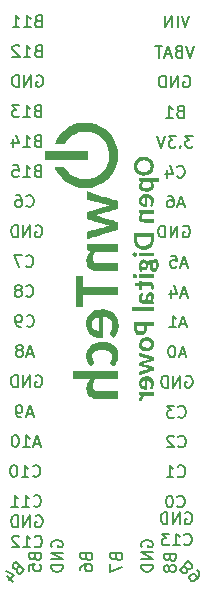
<source format=gbr>
%TF.GenerationSoftware,KiCad,Pcbnew,6.0.1-79c1e3a40b~116~ubuntu20.04.1*%
%TF.CreationDate,2022-03-09T16:59:07+01:00*%
%TF.ProjectId,microcontroller_mini,6d696372-6f63-46f6-9e74-726f6c6c6572,rev?*%
%TF.SameCoordinates,Original*%
%TF.FileFunction,Legend,Bot*%
%TF.FilePolarity,Positive*%
%FSLAX46Y46*%
G04 Gerber Fmt 4.6, Leading zero omitted, Abs format (unit mm)*
G04 Created by KiCad (PCBNEW 6.0.1-79c1e3a40b~116~ubuntu20.04.1) date 2022-03-09 16:59:07*
%MOMM*%
%LPD*%
G01*
G04 APERTURE LIST*
%ADD10C,0.150000*%
G04 APERTURE END LIST*
D10*
X90160952Y-63528571D02*
X90018095Y-63576190D01*
X89970476Y-63623809D01*
X89922857Y-63719047D01*
X89922857Y-63861904D01*
X89970476Y-63957142D01*
X90018095Y-64004761D01*
X90113333Y-64052380D01*
X90494285Y-64052380D01*
X90494285Y-63052380D01*
X90160952Y-63052380D01*
X90065714Y-63100000D01*
X90018095Y-63147619D01*
X89970476Y-63242857D01*
X89970476Y-63338095D01*
X90018095Y-63433333D01*
X90065714Y-63480952D01*
X90160952Y-63528571D01*
X90494285Y-63528571D01*
X88970476Y-64052380D02*
X89541904Y-64052380D01*
X89256190Y-64052380D02*
X89256190Y-63052380D01*
X89351428Y-63195238D01*
X89446666Y-63290476D01*
X89541904Y-63338095D01*
X88065714Y-63052380D02*
X88541904Y-63052380D01*
X88589523Y-63528571D01*
X88541904Y-63480952D01*
X88446666Y-63433333D01*
X88208571Y-63433333D01*
X88113333Y-63480952D01*
X88065714Y-63528571D01*
X88018095Y-63623809D01*
X88018095Y-63861904D01*
X88065714Y-63957142D01*
X88113333Y-64004761D01*
X88208571Y-64052380D01*
X88446666Y-64052380D01*
X88541904Y-64004761D01*
X88589523Y-63957142D01*
X94288571Y-96245238D02*
X94336190Y-96388095D01*
X94383809Y-96435714D01*
X94479047Y-96483333D01*
X94621904Y-96483333D01*
X94717142Y-96435714D01*
X94764761Y-96388095D01*
X94812380Y-96292857D01*
X94812380Y-95911904D01*
X93812380Y-95911904D01*
X93812380Y-96245238D01*
X93860000Y-96340476D01*
X93907619Y-96388095D01*
X94002857Y-96435714D01*
X94098095Y-96435714D01*
X94193333Y-96388095D01*
X94240952Y-96340476D01*
X94288571Y-96245238D01*
X94288571Y-95911904D01*
X93812380Y-97340476D02*
X93812380Y-97150000D01*
X93860000Y-97054761D01*
X93907619Y-97007142D01*
X94050476Y-96911904D01*
X94240952Y-96864285D01*
X94621904Y-96864285D01*
X94717142Y-96911904D01*
X94764761Y-96959523D01*
X94812380Y-97054761D01*
X94812380Y-97245238D01*
X94764761Y-97340476D01*
X94717142Y-97388095D01*
X94621904Y-97435714D01*
X94383809Y-97435714D01*
X94288571Y-97388095D01*
X94240952Y-97340476D01*
X94193333Y-97245238D01*
X94193333Y-97054761D01*
X94240952Y-96959523D01*
X94288571Y-96911904D01*
X94383809Y-96864285D01*
X89216666Y-74117142D02*
X89264285Y-74164761D01*
X89407142Y-74212380D01*
X89502380Y-74212380D01*
X89645238Y-74164761D01*
X89740476Y-74069523D01*
X89788095Y-73974285D01*
X89835714Y-73783809D01*
X89835714Y-73640952D01*
X89788095Y-73450476D01*
X89740476Y-73355238D01*
X89645238Y-73260000D01*
X89502380Y-73212380D01*
X89407142Y-73212380D01*
X89264285Y-73260000D01*
X89216666Y-73307619D01*
X88645238Y-73640952D02*
X88740476Y-73593333D01*
X88788095Y-73545714D01*
X88835714Y-73450476D01*
X88835714Y-73402857D01*
X88788095Y-73307619D01*
X88740476Y-73260000D01*
X88645238Y-73212380D01*
X88454761Y-73212380D01*
X88359523Y-73260000D01*
X88311904Y-73307619D01*
X88264285Y-73402857D01*
X88264285Y-73450476D01*
X88311904Y-73545714D01*
X88359523Y-73593333D01*
X88454761Y-73640952D01*
X88645238Y-73640952D01*
X88740476Y-73688571D01*
X88788095Y-73736190D01*
X88835714Y-73831428D01*
X88835714Y-74021904D01*
X88788095Y-74117142D01*
X88740476Y-74164761D01*
X88645238Y-74212380D01*
X88454761Y-74212380D01*
X88359523Y-74164761D01*
X88311904Y-74117142D01*
X88264285Y-74021904D01*
X88264285Y-73831428D01*
X88311904Y-73736190D01*
X88359523Y-73688571D01*
X88454761Y-73640952D01*
X102501904Y-68220000D02*
X102597142Y-68172380D01*
X102740000Y-68172380D01*
X102882857Y-68220000D01*
X102978095Y-68315238D01*
X103025714Y-68410476D01*
X103073333Y-68600952D01*
X103073333Y-68743809D01*
X103025714Y-68934285D01*
X102978095Y-69029523D01*
X102882857Y-69124761D01*
X102740000Y-69172380D01*
X102644761Y-69172380D01*
X102501904Y-69124761D01*
X102454285Y-69077142D01*
X102454285Y-68743809D01*
X102644761Y-68743809D01*
X102025714Y-69172380D02*
X102025714Y-68172380D01*
X101454285Y-69172380D01*
X101454285Y-68172380D01*
X100978095Y-69172380D02*
X100978095Y-68172380D01*
X100740000Y-68172380D01*
X100597142Y-68220000D01*
X100501904Y-68315238D01*
X100454285Y-68410476D01*
X100406666Y-68600952D01*
X100406666Y-68743809D01*
X100454285Y-68934285D01*
X100501904Y-69029523D01*
X100597142Y-69124761D01*
X100740000Y-69172380D01*
X100978095Y-69172380D01*
X96828571Y-96245238D02*
X96876190Y-96388095D01*
X96923809Y-96435714D01*
X97019047Y-96483333D01*
X97161904Y-96483333D01*
X97257142Y-96435714D01*
X97304761Y-96388095D01*
X97352380Y-96292857D01*
X97352380Y-95911904D01*
X96352380Y-95911904D01*
X96352380Y-96245238D01*
X96400000Y-96340476D01*
X96447619Y-96388095D01*
X96542857Y-96435714D01*
X96638095Y-96435714D01*
X96733333Y-96388095D01*
X96780952Y-96340476D01*
X96828571Y-96245238D01*
X96828571Y-95911904D01*
X96352380Y-96816666D02*
X96352380Y-97483333D01*
X97352380Y-97054761D01*
X102731904Y-80930000D02*
X102827142Y-80882380D01*
X102970000Y-80882380D01*
X103112857Y-80930000D01*
X103208095Y-81025238D01*
X103255714Y-81120476D01*
X103303333Y-81310952D01*
X103303333Y-81453809D01*
X103255714Y-81644285D01*
X103208095Y-81739523D01*
X103112857Y-81834761D01*
X102970000Y-81882380D01*
X102874761Y-81882380D01*
X102731904Y-81834761D01*
X102684285Y-81787142D01*
X102684285Y-81453809D01*
X102874761Y-81453809D01*
X102255714Y-81882380D02*
X102255714Y-80882380D01*
X101684285Y-81882380D01*
X101684285Y-80882380D01*
X101208095Y-81882380D02*
X101208095Y-80882380D01*
X100970000Y-80882380D01*
X100827142Y-80930000D01*
X100731904Y-81025238D01*
X100684285Y-81120476D01*
X100636666Y-81310952D01*
X100636666Y-81453809D01*
X100684285Y-81644285D01*
X100731904Y-81739523D01*
X100827142Y-81834761D01*
X100970000Y-81882380D01*
X101208095Y-81882380D01*
X91380000Y-95378095D02*
X91332380Y-95282857D01*
X91332380Y-95140000D01*
X91380000Y-94997142D01*
X91475238Y-94901904D01*
X91570476Y-94854285D01*
X91760952Y-94806666D01*
X91903809Y-94806666D01*
X92094285Y-94854285D01*
X92189523Y-94901904D01*
X92284761Y-94997142D01*
X92332380Y-95140000D01*
X92332380Y-95235238D01*
X92284761Y-95378095D01*
X92237142Y-95425714D01*
X91903809Y-95425714D01*
X91903809Y-95235238D01*
X92332380Y-95854285D02*
X91332380Y-95854285D01*
X92332380Y-96425714D01*
X91332380Y-96425714D01*
X92332380Y-96901904D02*
X91332380Y-96901904D01*
X91332380Y-97140000D01*
X91380000Y-97282857D01*
X91475238Y-97378095D01*
X91570476Y-97425714D01*
X91760952Y-97473333D01*
X91903809Y-97473333D01*
X92094285Y-97425714D01*
X92189523Y-97378095D01*
X92284761Y-97282857D01*
X92332380Y-97140000D01*
X92332380Y-96901904D01*
X102106666Y-84337142D02*
X102154285Y-84384761D01*
X102297142Y-84432380D01*
X102392380Y-84432380D01*
X102535238Y-84384761D01*
X102630476Y-84289523D01*
X102678095Y-84194285D01*
X102725714Y-84003809D01*
X102725714Y-83860952D01*
X102678095Y-83670476D01*
X102630476Y-83575238D01*
X102535238Y-83480000D01*
X102392380Y-83432380D01*
X102297142Y-83432380D01*
X102154285Y-83480000D01*
X102106666Y-83527619D01*
X101773333Y-83432380D02*
X101154285Y-83432380D01*
X101487619Y-83813333D01*
X101344761Y-83813333D01*
X101249523Y-83860952D01*
X101201904Y-83908571D01*
X101154285Y-84003809D01*
X101154285Y-84241904D01*
X101201904Y-84337142D01*
X101249523Y-84384761D01*
X101344761Y-84432380D01*
X101630476Y-84432380D01*
X101725714Y-84384761D01*
X101773333Y-84337142D01*
X102056666Y-89387142D02*
X102104285Y-89434761D01*
X102247142Y-89482380D01*
X102342380Y-89482380D01*
X102485238Y-89434761D01*
X102580476Y-89339523D01*
X102628095Y-89244285D01*
X102675714Y-89053809D01*
X102675714Y-88910952D01*
X102628095Y-88720476D01*
X102580476Y-88625238D01*
X102485238Y-88530000D01*
X102342380Y-88482380D01*
X102247142Y-88482380D01*
X102104285Y-88530000D01*
X102056666Y-88577619D01*
X101104285Y-89482380D02*
X101675714Y-89482380D01*
X101390000Y-89482380D02*
X101390000Y-88482380D01*
X101485238Y-88625238D01*
X101580476Y-88720476D01*
X101675714Y-88768095D01*
X102694285Y-79046666D02*
X102218095Y-79046666D01*
X102789523Y-79332380D02*
X102456190Y-78332380D01*
X102122857Y-79332380D01*
X101599047Y-78332380D02*
X101503809Y-78332380D01*
X101408571Y-78380000D01*
X101360952Y-78427619D01*
X101313333Y-78522857D01*
X101265714Y-78713333D01*
X101265714Y-78951428D01*
X101313333Y-79141904D01*
X101360952Y-79237142D01*
X101408571Y-79284761D01*
X101503809Y-79332380D01*
X101599047Y-79332380D01*
X101694285Y-79284761D01*
X101741904Y-79237142D01*
X101789523Y-79141904D01*
X101837142Y-78951428D01*
X101837142Y-78713333D01*
X101789523Y-78522857D01*
X101741904Y-78427619D01*
X101694285Y-78380000D01*
X101599047Y-78332380D01*
X102551904Y-55520000D02*
X102647142Y-55472380D01*
X102790000Y-55472380D01*
X102932857Y-55520000D01*
X103028095Y-55615238D01*
X103075714Y-55710476D01*
X103123333Y-55900952D01*
X103123333Y-56043809D01*
X103075714Y-56234285D01*
X103028095Y-56329523D01*
X102932857Y-56424761D01*
X102790000Y-56472380D01*
X102694761Y-56472380D01*
X102551904Y-56424761D01*
X102504285Y-56377142D01*
X102504285Y-56043809D01*
X102694761Y-56043809D01*
X102075714Y-56472380D02*
X102075714Y-55472380D01*
X101504285Y-56472380D01*
X101504285Y-55472380D01*
X101028095Y-56472380D02*
X101028095Y-55472380D01*
X100790000Y-55472380D01*
X100647142Y-55520000D01*
X100551904Y-55615238D01*
X100504285Y-55710476D01*
X100456666Y-55900952D01*
X100456666Y-56043809D01*
X100504285Y-56234285D01*
X100551904Y-56329523D01*
X100647142Y-56424761D01*
X100790000Y-56472380D01*
X101028095Y-56472380D01*
X89928571Y-96235238D02*
X89976190Y-96378095D01*
X90023809Y-96425714D01*
X90119047Y-96473333D01*
X90261904Y-96473333D01*
X90357142Y-96425714D01*
X90404761Y-96378095D01*
X90452380Y-96282857D01*
X90452380Y-95901904D01*
X89452380Y-95901904D01*
X89452380Y-96235238D01*
X89500000Y-96330476D01*
X89547619Y-96378095D01*
X89642857Y-96425714D01*
X89738095Y-96425714D01*
X89833333Y-96378095D01*
X89880952Y-96330476D01*
X89928571Y-96235238D01*
X89928571Y-95901904D01*
X89452380Y-97378095D02*
X89452380Y-96901904D01*
X89928571Y-96854285D01*
X89880952Y-96901904D01*
X89833333Y-96997142D01*
X89833333Y-97235238D01*
X89880952Y-97330476D01*
X89928571Y-97378095D01*
X90023809Y-97425714D01*
X90261904Y-97425714D01*
X90357142Y-97378095D01*
X90404761Y-97330476D01*
X90452380Y-97235238D01*
X90452380Y-96997142D01*
X90404761Y-96901904D01*
X90357142Y-96854285D01*
X90031904Y-92760000D02*
X90127142Y-92712380D01*
X90270000Y-92712380D01*
X90412857Y-92760000D01*
X90508095Y-92855238D01*
X90555714Y-92950476D01*
X90603333Y-93140952D01*
X90603333Y-93283809D01*
X90555714Y-93474285D01*
X90508095Y-93569523D01*
X90412857Y-93664761D01*
X90270000Y-93712380D01*
X90174761Y-93712380D01*
X90031904Y-93664761D01*
X89984285Y-93617142D01*
X89984285Y-93283809D01*
X90174761Y-93283809D01*
X89555714Y-93712380D02*
X89555714Y-92712380D01*
X88984285Y-93712380D01*
X88984285Y-92712380D01*
X88508095Y-93712380D02*
X88508095Y-92712380D01*
X88270000Y-92712380D01*
X88127142Y-92760000D01*
X88031904Y-92855238D01*
X87984285Y-92950476D01*
X87936666Y-93140952D01*
X87936666Y-93283809D01*
X87984285Y-93474285D01*
X88031904Y-93569523D01*
X88127142Y-93664761D01*
X88270000Y-93712380D01*
X88508095Y-93712380D01*
X102701904Y-92490000D02*
X102797142Y-92442380D01*
X102940000Y-92442380D01*
X103082857Y-92490000D01*
X103178095Y-92585238D01*
X103225714Y-92680476D01*
X103273333Y-92870952D01*
X103273333Y-93013809D01*
X103225714Y-93204285D01*
X103178095Y-93299523D01*
X103082857Y-93394761D01*
X102940000Y-93442380D01*
X102844761Y-93442380D01*
X102701904Y-93394761D01*
X102654285Y-93347142D01*
X102654285Y-93013809D01*
X102844761Y-93013809D01*
X102225714Y-93442380D02*
X102225714Y-92442380D01*
X101654285Y-93442380D01*
X101654285Y-92442380D01*
X101178095Y-93442380D02*
X101178095Y-92442380D01*
X100940000Y-92442380D01*
X100797142Y-92490000D01*
X100701904Y-92585238D01*
X100654285Y-92680476D01*
X100606666Y-92870952D01*
X100606666Y-93013809D01*
X100654285Y-93204285D01*
X100701904Y-93299523D01*
X100797142Y-93394761D01*
X100940000Y-93442380D01*
X101178095Y-93442380D01*
X90160952Y-58448571D02*
X90018095Y-58496190D01*
X89970476Y-58543809D01*
X89922857Y-58639047D01*
X89922857Y-58781904D01*
X89970476Y-58877142D01*
X90018095Y-58924761D01*
X90113333Y-58972380D01*
X90494285Y-58972380D01*
X90494285Y-57972380D01*
X90160952Y-57972380D01*
X90065714Y-58020000D01*
X90018095Y-58067619D01*
X89970476Y-58162857D01*
X89970476Y-58258095D01*
X90018095Y-58353333D01*
X90065714Y-58400952D01*
X90160952Y-58448571D01*
X90494285Y-58448571D01*
X88970476Y-58972380D02*
X89541904Y-58972380D01*
X89256190Y-58972380D02*
X89256190Y-57972380D01*
X89351428Y-58115238D01*
X89446666Y-58210476D01*
X89541904Y-58258095D01*
X88637142Y-57972380D02*
X88018095Y-57972380D01*
X88351428Y-58353333D01*
X88208571Y-58353333D01*
X88113333Y-58400952D01*
X88065714Y-58448571D01*
X88018095Y-58543809D01*
X88018095Y-58781904D01*
X88065714Y-58877142D01*
X88113333Y-58924761D01*
X88208571Y-58972380D01*
X88494285Y-58972380D01*
X88589523Y-58924761D01*
X88637142Y-58877142D01*
X102244761Y-58498571D02*
X102101904Y-58546190D01*
X102054285Y-58593809D01*
X102006666Y-58689047D01*
X102006666Y-58831904D01*
X102054285Y-58927142D01*
X102101904Y-58974761D01*
X102197142Y-59022380D01*
X102578095Y-59022380D01*
X102578095Y-58022380D01*
X102244761Y-58022380D01*
X102149523Y-58070000D01*
X102101904Y-58117619D01*
X102054285Y-58212857D01*
X102054285Y-58308095D01*
X102101904Y-58403333D01*
X102149523Y-58450952D01*
X102244761Y-58498571D01*
X102578095Y-58498571D01*
X101054285Y-59022380D02*
X101625714Y-59022380D01*
X101340000Y-59022380D02*
X101340000Y-58022380D01*
X101435238Y-58165238D01*
X101530476Y-58260476D01*
X101625714Y-58308095D01*
X98990000Y-95368095D02*
X98942380Y-95272857D01*
X98942380Y-95130000D01*
X98990000Y-94987142D01*
X99085238Y-94891904D01*
X99180476Y-94844285D01*
X99370952Y-94796666D01*
X99513809Y-94796666D01*
X99704285Y-94844285D01*
X99799523Y-94891904D01*
X99894761Y-94987142D01*
X99942380Y-95130000D01*
X99942380Y-95225238D01*
X99894761Y-95368095D01*
X99847142Y-95415714D01*
X99513809Y-95415714D01*
X99513809Y-95225238D01*
X99942380Y-95844285D02*
X98942380Y-95844285D01*
X99942380Y-96415714D01*
X98942380Y-96415714D01*
X99942380Y-96891904D02*
X98942380Y-96891904D01*
X98942380Y-97130000D01*
X98990000Y-97272857D01*
X99085238Y-97368095D01*
X99180476Y-97415714D01*
X99370952Y-97463333D01*
X99513809Y-97463333D01*
X99704285Y-97415714D01*
X99799523Y-97368095D01*
X99894761Y-97272857D01*
X99942380Y-97130000D01*
X99942380Y-96891904D01*
X90200952Y-53368571D02*
X90058095Y-53416190D01*
X90010476Y-53463809D01*
X89962857Y-53559047D01*
X89962857Y-53701904D01*
X90010476Y-53797142D01*
X90058095Y-53844761D01*
X90153333Y-53892380D01*
X90534285Y-53892380D01*
X90534285Y-52892380D01*
X90200952Y-52892380D01*
X90105714Y-52940000D01*
X90058095Y-52987619D01*
X90010476Y-53082857D01*
X90010476Y-53178095D01*
X90058095Y-53273333D01*
X90105714Y-53320952D01*
X90200952Y-53368571D01*
X90534285Y-53368571D01*
X89010476Y-53892380D02*
X89581904Y-53892380D01*
X89296190Y-53892380D02*
X89296190Y-52892380D01*
X89391428Y-53035238D01*
X89486666Y-53130476D01*
X89581904Y-53178095D01*
X88629523Y-52987619D02*
X88581904Y-52940000D01*
X88486666Y-52892380D01*
X88248571Y-52892380D01*
X88153333Y-52940000D01*
X88105714Y-52987619D01*
X88058095Y-53082857D01*
X88058095Y-53178095D01*
X88105714Y-53320952D01*
X88677142Y-53892380D01*
X88058095Y-53892380D01*
X89236666Y-66497142D02*
X89284285Y-66544761D01*
X89427142Y-66592380D01*
X89522380Y-66592380D01*
X89665238Y-66544761D01*
X89760476Y-66449523D01*
X89808095Y-66354285D01*
X89855714Y-66163809D01*
X89855714Y-66020952D01*
X89808095Y-65830476D01*
X89760476Y-65735238D01*
X89665238Y-65640000D01*
X89522380Y-65592380D01*
X89427142Y-65592380D01*
X89284285Y-65640000D01*
X89236666Y-65687619D01*
X88379523Y-65592380D02*
X88570000Y-65592380D01*
X88665238Y-65640000D01*
X88712857Y-65687619D01*
X88808095Y-65830476D01*
X88855714Y-66020952D01*
X88855714Y-66401904D01*
X88808095Y-66497142D01*
X88760476Y-66544761D01*
X88665238Y-66592380D01*
X88474761Y-66592380D01*
X88379523Y-66544761D01*
X88331904Y-66497142D01*
X88284285Y-66401904D01*
X88284285Y-66163809D01*
X88331904Y-66068571D01*
X88379523Y-66020952D01*
X88474761Y-65973333D01*
X88665238Y-65973333D01*
X88760476Y-66020952D01*
X88808095Y-66068571D01*
X88855714Y-66163809D01*
X89196666Y-71587142D02*
X89244285Y-71634761D01*
X89387142Y-71682380D01*
X89482380Y-71682380D01*
X89625238Y-71634761D01*
X89720476Y-71539523D01*
X89768095Y-71444285D01*
X89815714Y-71253809D01*
X89815714Y-71110952D01*
X89768095Y-70920476D01*
X89720476Y-70825238D01*
X89625238Y-70730000D01*
X89482380Y-70682380D01*
X89387142Y-70682380D01*
X89244285Y-70730000D01*
X89196666Y-70777619D01*
X88863333Y-70682380D02*
X88196666Y-70682380D01*
X88625238Y-71682380D01*
X88465702Y-97193282D02*
X88398358Y-97327969D01*
X88398358Y-97395312D01*
X88432030Y-97496328D01*
X88533045Y-97597343D01*
X88634061Y-97631015D01*
X88701404Y-97631015D01*
X88802419Y-97597343D01*
X89071793Y-97327969D01*
X88364687Y-96620862D01*
X88128984Y-96856564D01*
X88095312Y-96957580D01*
X88095312Y-97024923D01*
X88128984Y-97125938D01*
X88196328Y-97193282D01*
X88297343Y-97226954D01*
X88364687Y-97226954D01*
X88465702Y-97193282D01*
X88701404Y-96957580D01*
X87590236Y-97866717D02*
X88061641Y-98338122D01*
X87489221Y-97428984D02*
X88162656Y-97765702D01*
X87724923Y-98203435D01*
X90380476Y-86626666D02*
X89904285Y-86626666D01*
X90475714Y-86912380D02*
X90142380Y-85912380D01*
X89809047Y-86912380D01*
X88951904Y-86912380D02*
X89523333Y-86912380D01*
X89237619Y-86912380D02*
X89237619Y-85912380D01*
X89332857Y-86055238D01*
X89428095Y-86150476D01*
X89523333Y-86198095D01*
X88332857Y-85912380D02*
X88237619Y-85912380D01*
X88142380Y-85960000D01*
X88094761Y-86007619D01*
X88047142Y-86102857D01*
X87999523Y-86293333D01*
X87999523Y-86531428D01*
X88047142Y-86721904D01*
X88094761Y-86817142D01*
X88142380Y-86864761D01*
X88237619Y-86912380D01*
X88332857Y-86912380D01*
X88428095Y-86864761D01*
X88475714Y-86817142D01*
X88523333Y-86721904D01*
X88570952Y-86531428D01*
X88570952Y-86293333D01*
X88523333Y-86102857D01*
X88475714Y-86007619D01*
X88428095Y-85960000D01*
X88332857Y-85912380D01*
X103035238Y-50392380D02*
X102701904Y-51392380D01*
X102368571Y-50392380D01*
X102035238Y-51392380D02*
X102035238Y-50392380D01*
X101559047Y-51392380D02*
X101559047Y-50392380D01*
X100987619Y-51392380D01*
X100987619Y-50392380D01*
X89792857Y-89357142D02*
X89840476Y-89404761D01*
X89983333Y-89452380D01*
X90078571Y-89452380D01*
X90221428Y-89404761D01*
X90316666Y-89309523D01*
X90364285Y-89214285D01*
X90411904Y-89023809D01*
X90411904Y-88880952D01*
X90364285Y-88690476D01*
X90316666Y-88595238D01*
X90221428Y-88500000D01*
X90078571Y-88452380D01*
X89983333Y-88452380D01*
X89840476Y-88500000D01*
X89792857Y-88547619D01*
X88840476Y-89452380D02*
X89411904Y-89452380D01*
X89126190Y-89452380D02*
X89126190Y-88452380D01*
X89221428Y-88595238D01*
X89316666Y-88690476D01*
X89411904Y-88738095D01*
X88221428Y-88452380D02*
X88126190Y-88452380D01*
X88030952Y-88500000D01*
X87983333Y-88547619D01*
X87935714Y-88642857D01*
X87888095Y-88833333D01*
X87888095Y-89071428D01*
X87935714Y-89261904D01*
X87983333Y-89357142D01*
X88030952Y-89404761D01*
X88126190Y-89452380D01*
X88221428Y-89452380D01*
X88316666Y-89404761D01*
X88364285Y-89357142D01*
X88411904Y-89261904D01*
X88459523Y-89071428D01*
X88459523Y-88833333D01*
X88411904Y-88642857D01*
X88364285Y-88547619D01*
X88316666Y-88500000D01*
X88221428Y-88452380D01*
X101378571Y-96295238D02*
X101426190Y-96438095D01*
X101473809Y-96485714D01*
X101569047Y-96533333D01*
X101711904Y-96533333D01*
X101807142Y-96485714D01*
X101854761Y-96438095D01*
X101902380Y-96342857D01*
X101902380Y-95961904D01*
X100902380Y-95961904D01*
X100902380Y-96295238D01*
X100950000Y-96390476D01*
X100997619Y-96438095D01*
X101092857Y-96485714D01*
X101188095Y-96485714D01*
X101283333Y-96438095D01*
X101330952Y-96390476D01*
X101378571Y-96295238D01*
X101378571Y-95961904D01*
X101330952Y-97104761D02*
X101283333Y-97009523D01*
X101235714Y-96961904D01*
X101140476Y-96914285D01*
X101092857Y-96914285D01*
X100997619Y-96961904D01*
X100950000Y-97009523D01*
X100902380Y-97104761D01*
X100902380Y-97295238D01*
X100950000Y-97390476D01*
X100997619Y-97438095D01*
X101092857Y-97485714D01*
X101140476Y-97485714D01*
X101235714Y-97438095D01*
X101283333Y-97390476D01*
X101330952Y-97295238D01*
X101330952Y-97104761D01*
X101378571Y-97009523D01*
X101426190Y-96961904D01*
X101521428Y-96914285D01*
X101711904Y-96914285D01*
X101807142Y-96961904D01*
X101854761Y-97009523D01*
X101902380Y-97104761D01*
X101902380Y-97295238D01*
X101854761Y-97390476D01*
X101807142Y-97438095D01*
X101711904Y-97485714D01*
X101521428Y-97485714D01*
X101426190Y-97438095D01*
X101378571Y-97390476D01*
X101330952Y-97295238D01*
X89246666Y-76657142D02*
X89294285Y-76704761D01*
X89437142Y-76752380D01*
X89532380Y-76752380D01*
X89675238Y-76704761D01*
X89770476Y-76609523D01*
X89818095Y-76514285D01*
X89865714Y-76323809D01*
X89865714Y-76180952D01*
X89818095Y-75990476D01*
X89770476Y-75895238D01*
X89675238Y-75800000D01*
X89532380Y-75752380D01*
X89437142Y-75752380D01*
X89294285Y-75800000D01*
X89246666Y-75847619D01*
X88770476Y-76752380D02*
X88580000Y-76752380D01*
X88484761Y-76704761D01*
X88437142Y-76657142D01*
X88341904Y-76514285D01*
X88294285Y-76323809D01*
X88294285Y-75942857D01*
X88341904Y-75847619D01*
X88389523Y-75800000D01*
X88484761Y-75752380D01*
X88675238Y-75752380D01*
X88770476Y-75800000D01*
X88818095Y-75847619D01*
X88865714Y-75942857D01*
X88865714Y-76180952D01*
X88818095Y-76276190D01*
X88770476Y-76323809D01*
X88675238Y-76371428D01*
X88484761Y-76371428D01*
X88389523Y-76323809D01*
X88341904Y-76276190D01*
X88294285Y-76180952D01*
X102106666Y-86857142D02*
X102154285Y-86904761D01*
X102297142Y-86952380D01*
X102392380Y-86952380D01*
X102535238Y-86904761D01*
X102630476Y-86809523D01*
X102678095Y-86714285D01*
X102725714Y-86523809D01*
X102725714Y-86380952D01*
X102678095Y-86190476D01*
X102630476Y-86095238D01*
X102535238Y-86000000D01*
X102392380Y-85952380D01*
X102297142Y-85952380D01*
X102154285Y-86000000D01*
X102106666Y-86047619D01*
X101725714Y-86047619D02*
X101678095Y-86000000D01*
X101582857Y-85952380D01*
X101344761Y-85952380D01*
X101249523Y-86000000D01*
X101201904Y-86047619D01*
X101154285Y-86142857D01*
X101154285Y-86238095D01*
X101201904Y-86380952D01*
X101773333Y-86952380D01*
X101154285Y-86952380D01*
X90021904Y-68190800D02*
X90117142Y-68143180D01*
X90260000Y-68143180D01*
X90402857Y-68190800D01*
X90498095Y-68286038D01*
X90545714Y-68381276D01*
X90593333Y-68571752D01*
X90593333Y-68714609D01*
X90545714Y-68905085D01*
X90498095Y-69000323D01*
X90402857Y-69095561D01*
X90260000Y-69143180D01*
X90164761Y-69143180D01*
X90021904Y-69095561D01*
X89974285Y-69047942D01*
X89974285Y-68714609D01*
X90164761Y-68714609D01*
X89545714Y-69143180D02*
X89545714Y-68143180D01*
X88974285Y-69143180D01*
X88974285Y-68143180D01*
X88498095Y-69143180D02*
X88498095Y-68143180D01*
X88260000Y-68143180D01*
X88117142Y-68190800D01*
X88021904Y-68286038D01*
X87974285Y-68381276D01*
X87926666Y-68571752D01*
X87926666Y-68714609D01*
X87974285Y-68905085D01*
X88021904Y-69000323D01*
X88117142Y-69095561D01*
X88260000Y-69143180D01*
X88498095Y-69143180D01*
X89804285Y-79006666D02*
X89328095Y-79006666D01*
X89899523Y-79292380D02*
X89566190Y-78292380D01*
X89232857Y-79292380D01*
X88756666Y-78720952D02*
X88851904Y-78673333D01*
X88899523Y-78625714D01*
X88947142Y-78530476D01*
X88947142Y-78482857D01*
X88899523Y-78387619D01*
X88851904Y-78340000D01*
X88756666Y-78292380D01*
X88566190Y-78292380D01*
X88470952Y-78340000D01*
X88423333Y-78387619D01*
X88375714Y-78482857D01*
X88375714Y-78530476D01*
X88423333Y-78625714D01*
X88470952Y-78673333D01*
X88566190Y-78720952D01*
X88756666Y-78720952D01*
X88851904Y-78768571D01*
X88899523Y-78816190D01*
X88947142Y-78911428D01*
X88947142Y-79101904D01*
X88899523Y-79197142D01*
X88851904Y-79244761D01*
X88756666Y-79292380D01*
X88566190Y-79292380D01*
X88470952Y-79244761D01*
X88423333Y-79197142D01*
X88375714Y-79101904D01*
X88375714Y-78911428D01*
X88423333Y-78816190D01*
X88470952Y-78768571D01*
X88566190Y-78720952D01*
X102824285Y-71436666D02*
X102348095Y-71436666D01*
X102919523Y-71722380D02*
X102586190Y-70722380D01*
X102252857Y-71722380D01*
X101443333Y-70722380D02*
X101919523Y-70722380D01*
X101967142Y-71198571D01*
X101919523Y-71150952D01*
X101824285Y-71103333D01*
X101586190Y-71103333D01*
X101490952Y-71150952D01*
X101443333Y-71198571D01*
X101395714Y-71293809D01*
X101395714Y-71531904D01*
X101443333Y-71627142D01*
X101490952Y-71674761D01*
X101586190Y-71722380D01*
X101824285Y-71722380D01*
X101919523Y-71674761D01*
X101967142Y-71627142D01*
X102554285Y-66346666D02*
X102078095Y-66346666D01*
X102649523Y-66632380D02*
X102316190Y-65632380D01*
X101982857Y-66632380D01*
X101220952Y-65632380D02*
X101411428Y-65632380D01*
X101506666Y-65680000D01*
X101554285Y-65727619D01*
X101649523Y-65870476D01*
X101697142Y-66060952D01*
X101697142Y-66441904D01*
X101649523Y-66537142D01*
X101601904Y-66584761D01*
X101506666Y-66632380D01*
X101316190Y-66632380D01*
X101220952Y-66584761D01*
X101173333Y-66537142D01*
X101125714Y-66441904D01*
X101125714Y-66203809D01*
X101173333Y-66108571D01*
X101220952Y-66060952D01*
X101316190Y-66013333D01*
X101506666Y-66013333D01*
X101601904Y-66060952D01*
X101649523Y-66108571D01*
X101697142Y-66203809D01*
X89852857Y-91887142D02*
X89900476Y-91934761D01*
X90043333Y-91982380D01*
X90138571Y-91982380D01*
X90281428Y-91934761D01*
X90376666Y-91839523D01*
X90424285Y-91744285D01*
X90471904Y-91553809D01*
X90471904Y-91410952D01*
X90424285Y-91220476D01*
X90376666Y-91125238D01*
X90281428Y-91030000D01*
X90138571Y-90982380D01*
X90043333Y-90982380D01*
X89900476Y-91030000D01*
X89852857Y-91077619D01*
X88900476Y-91982380D02*
X89471904Y-91982380D01*
X89186190Y-91982380D02*
X89186190Y-90982380D01*
X89281428Y-91125238D01*
X89376666Y-91220476D01*
X89471904Y-91268095D01*
X87948095Y-91982380D02*
X88519523Y-91982380D01*
X88233809Y-91982380D02*
X88233809Y-90982380D01*
X88329047Y-91125238D01*
X88424285Y-91220476D01*
X88519523Y-91268095D01*
X103316190Y-60562380D02*
X102697142Y-60562380D01*
X103030476Y-60943333D01*
X102887619Y-60943333D01*
X102792380Y-60990952D01*
X102744761Y-61038571D01*
X102697142Y-61133809D01*
X102697142Y-61371904D01*
X102744761Y-61467142D01*
X102792380Y-61514761D01*
X102887619Y-61562380D01*
X103173333Y-61562380D01*
X103268571Y-61514761D01*
X103316190Y-61467142D01*
X102268571Y-61467142D02*
X102220952Y-61514761D01*
X102268571Y-61562380D01*
X102316190Y-61514761D01*
X102268571Y-61467142D01*
X102268571Y-61562380D01*
X101887619Y-60562380D02*
X101268571Y-60562380D01*
X101601904Y-60943333D01*
X101459047Y-60943333D01*
X101363809Y-60990952D01*
X101316190Y-61038571D01*
X101268571Y-61133809D01*
X101268571Y-61371904D01*
X101316190Y-61467142D01*
X101363809Y-61514761D01*
X101459047Y-61562380D01*
X101744761Y-61562380D01*
X101840000Y-61514761D01*
X101887619Y-61467142D01*
X100982857Y-60562380D02*
X100649523Y-61562380D01*
X100316190Y-60562380D01*
X89754285Y-84106666D02*
X89278095Y-84106666D01*
X89849523Y-84392380D02*
X89516190Y-83392380D01*
X89182857Y-84392380D01*
X88801904Y-84392380D02*
X88611428Y-84392380D01*
X88516190Y-84344761D01*
X88468571Y-84297142D01*
X88373333Y-84154285D01*
X88325714Y-83963809D01*
X88325714Y-83582857D01*
X88373333Y-83487619D01*
X88420952Y-83440000D01*
X88516190Y-83392380D01*
X88706666Y-83392380D01*
X88801904Y-83440000D01*
X88849523Y-83487619D01*
X88897142Y-83582857D01*
X88897142Y-83820952D01*
X88849523Y-83916190D01*
X88801904Y-83963809D01*
X88706666Y-84011428D01*
X88516190Y-84011428D01*
X88420952Y-83963809D01*
X88373333Y-83916190D01*
X88325714Y-83820952D01*
X90091904Y-55480000D02*
X90187142Y-55432380D01*
X90330000Y-55432380D01*
X90472857Y-55480000D01*
X90568095Y-55575238D01*
X90615714Y-55670476D01*
X90663333Y-55860952D01*
X90663333Y-56003809D01*
X90615714Y-56194285D01*
X90568095Y-56289523D01*
X90472857Y-56384761D01*
X90330000Y-56432380D01*
X90234761Y-56432380D01*
X90091904Y-56384761D01*
X90044285Y-56337142D01*
X90044285Y-56003809D01*
X90234761Y-56003809D01*
X89615714Y-56432380D02*
X89615714Y-55432380D01*
X89044285Y-56432380D01*
X89044285Y-55432380D01*
X88568095Y-56432380D02*
X88568095Y-55432380D01*
X88330000Y-55432380D01*
X88187142Y-55480000D01*
X88091904Y-55575238D01*
X88044285Y-55670476D01*
X87996666Y-55860952D01*
X87996666Y-56003809D01*
X88044285Y-56194285D01*
X88091904Y-56289523D01*
X88187142Y-56384761D01*
X88330000Y-56432380D01*
X88568095Y-56432380D01*
X102602857Y-95157142D02*
X102650476Y-95204761D01*
X102793333Y-95252380D01*
X102888571Y-95252380D01*
X103031428Y-95204761D01*
X103126666Y-95109523D01*
X103174285Y-95014285D01*
X103221904Y-94823809D01*
X103221904Y-94680952D01*
X103174285Y-94490476D01*
X103126666Y-94395238D01*
X103031428Y-94300000D01*
X102888571Y-94252380D01*
X102793333Y-94252380D01*
X102650476Y-94300000D01*
X102602857Y-94347619D01*
X101650476Y-95252380D02*
X102221904Y-95252380D01*
X101936190Y-95252380D02*
X101936190Y-94252380D01*
X102031428Y-94395238D01*
X102126666Y-94490476D01*
X102221904Y-94538095D01*
X101317142Y-94252380D02*
X100698095Y-94252380D01*
X101031428Y-94633333D01*
X100888571Y-94633333D01*
X100793333Y-94680952D01*
X100745714Y-94728571D01*
X100698095Y-94823809D01*
X100698095Y-95061904D01*
X100745714Y-95157142D01*
X100793333Y-95204761D01*
X100888571Y-95252380D01*
X101174285Y-95252380D01*
X101269523Y-95204761D01*
X101317142Y-95157142D01*
X90011904Y-80890000D02*
X90107142Y-80842380D01*
X90250000Y-80842380D01*
X90392857Y-80890000D01*
X90488095Y-80985238D01*
X90535714Y-81080476D01*
X90583333Y-81270952D01*
X90583333Y-81413809D01*
X90535714Y-81604285D01*
X90488095Y-81699523D01*
X90392857Y-81794761D01*
X90250000Y-81842380D01*
X90154761Y-81842380D01*
X90011904Y-81794761D01*
X89964285Y-81747142D01*
X89964285Y-81413809D01*
X90154761Y-81413809D01*
X89535714Y-81842380D02*
X89535714Y-80842380D01*
X88964285Y-81842380D01*
X88964285Y-80842380D01*
X88488095Y-81842380D02*
X88488095Y-80842380D01*
X88250000Y-80842380D01*
X88107142Y-80890000D01*
X88011904Y-80985238D01*
X87964285Y-81080476D01*
X87916666Y-81270952D01*
X87916666Y-81413809D01*
X87964285Y-81604285D01*
X88011904Y-81699523D01*
X88107142Y-81794761D01*
X88250000Y-81842380D01*
X88488095Y-81842380D01*
X90220952Y-50838571D02*
X90078095Y-50886190D01*
X90030476Y-50933809D01*
X89982857Y-51029047D01*
X89982857Y-51171904D01*
X90030476Y-51267142D01*
X90078095Y-51314761D01*
X90173333Y-51362380D01*
X90554285Y-51362380D01*
X90554285Y-50362380D01*
X90220952Y-50362380D01*
X90125714Y-50410000D01*
X90078095Y-50457619D01*
X90030476Y-50552857D01*
X90030476Y-50648095D01*
X90078095Y-50743333D01*
X90125714Y-50790952D01*
X90220952Y-50838571D01*
X90554285Y-50838571D01*
X89030476Y-51362380D02*
X89601904Y-51362380D01*
X89316190Y-51362380D02*
X89316190Y-50362380D01*
X89411428Y-50505238D01*
X89506666Y-50600476D01*
X89601904Y-50648095D01*
X88078095Y-51362380D02*
X88649523Y-51362380D01*
X88363809Y-51362380D02*
X88363809Y-50362380D01*
X88459047Y-50505238D01*
X88554285Y-50600476D01*
X88649523Y-50648095D01*
X90160952Y-60988571D02*
X90018095Y-61036190D01*
X89970476Y-61083809D01*
X89922857Y-61179047D01*
X89922857Y-61321904D01*
X89970476Y-61417142D01*
X90018095Y-61464761D01*
X90113333Y-61512380D01*
X90494285Y-61512380D01*
X90494285Y-60512380D01*
X90160952Y-60512380D01*
X90065714Y-60560000D01*
X90018095Y-60607619D01*
X89970476Y-60702857D01*
X89970476Y-60798095D01*
X90018095Y-60893333D01*
X90065714Y-60940952D01*
X90160952Y-60988571D01*
X90494285Y-60988571D01*
X88970476Y-61512380D02*
X89541904Y-61512380D01*
X89256190Y-61512380D02*
X89256190Y-60512380D01*
X89351428Y-60655238D01*
X89446666Y-60750476D01*
X89541904Y-60798095D01*
X88113333Y-60845714D02*
X88113333Y-61512380D01*
X88351428Y-60464761D02*
X88589523Y-61179047D01*
X87970476Y-61179047D01*
X102823282Y-97214297D02*
X102957969Y-97281641D01*
X103025312Y-97281641D01*
X103126328Y-97247969D01*
X103227343Y-97146954D01*
X103261015Y-97045938D01*
X103261015Y-96978595D01*
X103227343Y-96877580D01*
X102957969Y-96608206D01*
X102250862Y-97315312D01*
X102486564Y-97551015D01*
X102587580Y-97584687D01*
X102654923Y-97584687D01*
X102755938Y-97551015D01*
X102823282Y-97483671D01*
X102856954Y-97382656D01*
X102856954Y-97315312D01*
X102823282Y-97214297D01*
X102587580Y-96978595D01*
X103698748Y-97348984D02*
X103833435Y-97483671D01*
X103867106Y-97584687D01*
X103867106Y-97652030D01*
X103833435Y-97820389D01*
X103732419Y-97988748D01*
X103463045Y-98258122D01*
X103362030Y-98291793D01*
X103294687Y-98291793D01*
X103193671Y-98258122D01*
X103058984Y-98123435D01*
X103025312Y-98022419D01*
X103025312Y-97955076D01*
X103058984Y-97854061D01*
X103227343Y-97685702D01*
X103328358Y-97652030D01*
X103395702Y-97652030D01*
X103496717Y-97685702D01*
X103631404Y-97820389D01*
X103665076Y-97921404D01*
X103665076Y-97988748D01*
X103631404Y-98089763D01*
X102814285Y-73976666D02*
X102338095Y-73976666D01*
X102909523Y-74262380D02*
X102576190Y-73262380D01*
X102242857Y-74262380D01*
X101480952Y-73595714D02*
X101480952Y-74262380D01*
X101719047Y-73214761D02*
X101957142Y-73929047D01*
X101338095Y-73929047D01*
X102006666Y-91937142D02*
X102054285Y-91984761D01*
X102197142Y-92032380D01*
X102292380Y-92032380D01*
X102435238Y-91984761D01*
X102530476Y-91889523D01*
X102578095Y-91794285D01*
X102625714Y-91603809D01*
X102625714Y-91460952D01*
X102578095Y-91270476D01*
X102530476Y-91175238D01*
X102435238Y-91080000D01*
X102292380Y-91032380D01*
X102197142Y-91032380D01*
X102054285Y-91080000D01*
X102006666Y-91127619D01*
X101387619Y-91032380D02*
X101292380Y-91032380D01*
X101197142Y-91080000D01*
X101149523Y-91127619D01*
X101101904Y-91222857D01*
X101054285Y-91413333D01*
X101054285Y-91651428D01*
X101101904Y-91841904D01*
X101149523Y-91937142D01*
X101197142Y-91984761D01*
X101292380Y-92032380D01*
X101387619Y-92032380D01*
X101482857Y-91984761D01*
X101530476Y-91937142D01*
X101578095Y-91841904D01*
X101625714Y-91651428D01*
X101625714Y-91413333D01*
X101578095Y-91222857D01*
X101530476Y-91127619D01*
X101482857Y-91080000D01*
X101387619Y-91032380D01*
X103432857Y-52942380D02*
X103099523Y-53942380D01*
X102766190Y-52942380D01*
X102099523Y-53418571D02*
X101956666Y-53466190D01*
X101909047Y-53513809D01*
X101861428Y-53609047D01*
X101861428Y-53751904D01*
X101909047Y-53847142D01*
X101956666Y-53894761D01*
X102051904Y-53942380D01*
X102432857Y-53942380D01*
X102432857Y-52942380D01*
X102099523Y-52942380D01*
X102004285Y-52990000D01*
X101956666Y-53037619D01*
X101909047Y-53132857D01*
X101909047Y-53228095D01*
X101956666Y-53323333D01*
X102004285Y-53370952D01*
X102099523Y-53418571D01*
X102432857Y-53418571D01*
X101480476Y-53656666D02*
X101004285Y-53656666D01*
X101575714Y-53942380D02*
X101242380Y-52942380D01*
X100909047Y-53942380D01*
X100718571Y-52942380D02*
X100147142Y-52942380D01*
X100432857Y-53942380D02*
X100432857Y-52942380D01*
X89922857Y-95317142D02*
X89970476Y-95364761D01*
X90113333Y-95412380D01*
X90208571Y-95412380D01*
X90351428Y-95364761D01*
X90446666Y-95269523D01*
X90494285Y-95174285D01*
X90541904Y-94983809D01*
X90541904Y-94840952D01*
X90494285Y-94650476D01*
X90446666Y-94555238D01*
X90351428Y-94460000D01*
X90208571Y-94412380D01*
X90113333Y-94412380D01*
X89970476Y-94460000D01*
X89922857Y-94507619D01*
X88970476Y-95412380D02*
X89541904Y-95412380D01*
X89256190Y-95412380D02*
X89256190Y-94412380D01*
X89351428Y-94555238D01*
X89446666Y-94650476D01*
X89541904Y-94698095D01*
X88589523Y-94507619D02*
X88541904Y-94460000D01*
X88446666Y-94412380D01*
X88208571Y-94412380D01*
X88113333Y-94460000D01*
X88065714Y-94507619D01*
X88018095Y-94602857D01*
X88018095Y-94698095D01*
X88065714Y-94840952D01*
X88637142Y-95412380D01*
X88018095Y-95412380D01*
X102764285Y-76506666D02*
X102288095Y-76506666D01*
X102859523Y-76792380D02*
X102526190Y-75792380D01*
X102192857Y-76792380D01*
X101335714Y-76792380D02*
X101907142Y-76792380D01*
X101621428Y-76792380D02*
X101621428Y-75792380D01*
X101716666Y-75935238D01*
X101811904Y-76030476D01*
X101907142Y-76078095D01*
X102006666Y-64007142D02*
X102054285Y-64054761D01*
X102197142Y-64102380D01*
X102292380Y-64102380D01*
X102435238Y-64054761D01*
X102530476Y-63959523D01*
X102578095Y-63864285D01*
X102625714Y-63673809D01*
X102625714Y-63530952D01*
X102578095Y-63340476D01*
X102530476Y-63245238D01*
X102435238Y-63150000D01*
X102292380Y-63102380D01*
X102197142Y-63102380D01*
X102054285Y-63150000D01*
X102006666Y-63197619D01*
X101149523Y-63435714D02*
X101149523Y-64102380D01*
X101387619Y-63054761D02*
X101625714Y-63769047D01*
X101006666Y-63769047D01*
%TO.C,G\u002A\u002A\u002A*%
G36*
X100022732Y-82594680D02*
G01*
X99625171Y-82594680D01*
X99482743Y-82595120D01*
X99360886Y-82597835D01*
X99277995Y-82604698D01*
X99221902Y-82617573D01*
X99180438Y-82638326D01*
X99141434Y-82668822D01*
X99122892Y-82685616D01*
X99069712Y-82761005D01*
X99055260Y-82860220D01*
X99054991Y-82892051D01*
X99045932Y-82952152D01*
X99010897Y-82980866D01*
X98932406Y-82997764D01*
X98854577Y-83008301D01*
X98794467Y-83002060D01*
X98768853Y-82964349D01*
X98763482Y-82885713D01*
X98785553Y-82781448D01*
X98858804Y-82672532D01*
X98878651Y-82649693D01*
X98921300Y-82594823D01*
X98925740Y-82569869D01*
X98895660Y-82563966D01*
X98838422Y-82552601D01*
X98782505Y-82494416D01*
X98763482Y-82388900D01*
X98763482Y-82287546D01*
X100022732Y-82287546D01*
X100022732Y-82594680D01*
G37*
G36*
X100022732Y-67176542D02*
G01*
X99563773Y-67176542D01*
X99488003Y-67176588D01*
X99331839Y-67177566D01*
X99222970Y-67180873D01*
X99151223Y-67187881D01*
X99106427Y-67199958D01*
X99078410Y-67218475D01*
X99057001Y-67244803D01*
X99055859Y-67246452D01*
X99018663Y-67334210D01*
X99008912Y-67433114D01*
X99025819Y-67520758D01*
X99068597Y-67574736D01*
X99078949Y-67578588D01*
X99147575Y-67589654D01*
X99261393Y-67598515D01*
X99408095Y-67604397D01*
X99575369Y-67606530D01*
X100022732Y-67606530D01*
X100022732Y-67951717D01*
X99538996Y-67938543D01*
X99429938Y-67935100D01*
X99235753Y-67924753D01*
X99089849Y-67908304D01*
X98983276Y-67883198D01*
X98907087Y-67846881D01*
X98852335Y-67796796D01*
X98810072Y-67730389D01*
X98797262Y-67702918D01*
X98764010Y-67553054D01*
X98779144Y-67395945D01*
X98841137Y-67254964D01*
X98873109Y-67207179D01*
X98898928Y-67159475D01*
X98892676Y-67137040D01*
X98856158Y-67124154D01*
X98803404Y-67086662D01*
X98769294Y-67007879D01*
X98768840Y-66910229D01*
X98769604Y-66906685D01*
X98778859Y-66888408D01*
X98801860Y-66874671D01*
X98846553Y-66864665D01*
X98920886Y-66857579D01*
X99032804Y-66852603D01*
X99190255Y-66848926D01*
X99401185Y-66845737D01*
X100022732Y-66837422D01*
X100022732Y-67176542D01*
G37*
G36*
X100022732Y-69167340D02*
G01*
X100022085Y-69254728D01*
X100012122Y-69468193D01*
X99987643Y-69636551D01*
X99945463Y-69771260D01*
X99882395Y-69883778D01*
X99795254Y-69985564D01*
X99721410Y-70051587D01*
X99550940Y-70152649D01*
X99353273Y-70204715D01*
X99120402Y-70210454D01*
X99047291Y-70203806D01*
X98847419Y-70159096D01*
X98682928Y-70073766D01*
X98541363Y-69942042D01*
X98498947Y-69889062D01*
X98442662Y-69797945D01*
X98403962Y-69695063D01*
X98379932Y-69568072D01*
X98367652Y-69404628D01*
X98364208Y-69192386D01*
X98364208Y-69142201D01*
X98603201Y-69142201D01*
X98614755Y-69370993D01*
X98626567Y-69506918D01*
X98650323Y-69611168D01*
X98689199Y-69685806D01*
X98705912Y-69707030D01*
X98822644Y-69803373D01*
X98970823Y-69864864D01*
X99136555Y-69891839D01*
X99305945Y-69884637D01*
X99465100Y-69843593D01*
X99600125Y-69769047D01*
X99697125Y-69661334D01*
X99724803Y-69591505D01*
X99751078Y-69480471D01*
X99767918Y-69357095D01*
X99785934Y-69142201D01*
X98603201Y-69142201D01*
X98364208Y-69142201D01*
X98364208Y-68804353D01*
X100022732Y-68804353D01*
X100022732Y-69167340D01*
G37*
G36*
X98548488Y-70462878D02*
G01*
X98588878Y-70519925D01*
X98609915Y-70591431D01*
X98603744Y-70629449D01*
X98558187Y-70710236D01*
X98485697Y-70774512D01*
X98407153Y-70800726D01*
X98362003Y-70787762D01*
X98292314Y-70736730D01*
X98234659Y-70667190D01*
X98210641Y-70601089D01*
X98210712Y-70599205D01*
X98230351Y-70548757D01*
X98274297Y-70482377D01*
X98280529Y-70474742D01*
X98365354Y-70413140D01*
X98458889Y-70408885D01*
X98548488Y-70462878D01*
G37*
G36*
X94002902Y-73349940D02*
G01*
X97012817Y-73349940D01*
X97012817Y-74056349D01*
X94002902Y-74056349D01*
X94002902Y-75041483D01*
X93718803Y-75032652D01*
X93434703Y-75023821D01*
X93426695Y-73710823D01*
X93418687Y-72397824D01*
X94002902Y-72397824D01*
X94002902Y-73349940D01*
G37*
G36*
X98444075Y-72255331D02*
G01*
X98528989Y-72307913D01*
X98584131Y-72369292D01*
X98609915Y-72446123D01*
X98594564Y-72520543D01*
X98536693Y-72594048D01*
X98452039Y-72633484D01*
X98358023Y-72631840D01*
X98272067Y-72582104D01*
X98220317Y-72502705D01*
X98222602Y-72412568D01*
X98286028Y-72319644D01*
X98300665Y-72305414D01*
X98374514Y-72254182D01*
X98444075Y-72255331D01*
G37*
G36*
X100022732Y-75407739D02*
G01*
X98210641Y-75407739D01*
X98210641Y-75100605D01*
X100022732Y-75100605D01*
X100022732Y-75407739D01*
G37*
G36*
X95758173Y-75258110D02*
G01*
X96061867Y-75301490D01*
X96330658Y-75391242D01*
X96561684Y-75525447D01*
X96752087Y-75702184D01*
X96899006Y-75919533D01*
X96999580Y-76175575D01*
X97006880Y-76204557D01*
X97030576Y-76362776D01*
X97039638Y-76550551D01*
X97033646Y-76743202D01*
X97012181Y-76916050D01*
X96972785Y-77063067D01*
X96900108Y-77246247D01*
X96809688Y-77419240D01*
X96713406Y-77556574D01*
X96622119Y-77662967D01*
X96464264Y-77542585D01*
X96434532Y-77519563D01*
X96358221Y-77451303D01*
X96318979Y-77387522D01*
X96314956Y-77313655D01*
X96344299Y-77215133D01*
X96405159Y-77077391D01*
X96459026Y-76945707D01*
X96513490Y-76719934D01*
X96515415Y-76509655D01*
X96465071Y-76320750D01*
X96362731Y-76159097D01*
X96357067Y-76152841D01*
X96255227Y-76071980D01*
X96119094Y-76000446D01*
X95973819Y-75949366D01*
X95844555Y-75929867D01*
X95753567Y-75929867D01*
X95753567Y-76773406D01*
X95753457Y-77021048D01*
X95752767Y-77216385D01*
X95750959Y-77364359D01*
X95747494Y-77472028D01*
X95741834Y-77546452D01*
X95733440Y-77594687D01*
X95721774Y-77623793D01*
X95706297Y-77640829D01*
X95686470Y-77652853D01*
X95646384Y-77666174D01*
X95541633Y-77676147D01*
X95405123Y-77671757D01*
X95254005Y-77654570D01*
X95105430Y-77626150D01*
X94976548Y-77588064D01*
X94930608Y-77569569D01*
X94723699Y-77448572D01*
X94553377Y-77283604D01*
X94423291Y-77081602D01*
X94337090Y-76849502D01*
X94298424Y-76594242D01*
X94305057Y-76450386D01*
X94778617Y-76450386D01*
X94782485Y-76614473D01*
X94829629Y-76768989D01*
X94918109Y-76900897D01*
X95045988Y-76997159D01*
X95089692Y-77017313D01*
X95189815Y-77052385D01*
X95268660Y-77066264D01*
X95354292Y-77066264D01*
X95354292Y-75928697D01*
X95269830Y-75948997D01*
X95237014Y-75957962D01*
X95114255Y-76006101D01*
X94999083Y-76069760D01*
X94917797Y-76135039D01*
X94908459Y-76145645D01*
X94819962Y-76289764D01*
X94778617Y-76450386D01*
X94305057Y-76450386D01*
X94310941Y-76322759D01*
X94364854Y-76088795D01*
X94473780Y-75847056D01*
X94628515Y-75642121D01*
X94825130Y-75477176D01*
X95059700Y-75355410D01*
X95328298Y-75280013D01*
X95354292Y-75277764D01*
X95626997Y-75254172D01*
X95758173Y-75258110D01*
G37*
G36*
X99863382Y-73795880D02*
G01*
X99959860Y-73865349D01*
X100020465Y-73972046D01*
X100039037Y-74107536D01*
X100018857Y-74268456D01*
X99959942Y-74411760D01*
X99926903Y-74466484D01*
X99904802Y-74516396D01*
X99916219Y-74541147D01*
X99961306Y-74556662D01*
X99980438Y-74563544D01*
X100013559Y-74602254D01*
X100022732Y-74683098D01*
X100022732Y-74793471D01*
X99560808Y-74793471D01*
X99461509Y-74792975D01*
X99261511Y-74786775D01*
X99110039Y-74771264D01*
X98998142Y-74743664D01*
X98916868Y-74701194D01*
X98857267Y-74641078D01*
X98810385Y-74560537D01*
X98777276Y-74449642D01*
X98768496Y-74291009D01*
X98791464Y-74125765D01*
X98844762Y-73977949D01*
X98866228Y-73939135D01*
X98924433Y-73866972D01*
X98984622Y-73849954D01*
X99055846Y-73884055D01*
X99093787Y-73918992D01*
X99099179Y-73959856D01*
X99074144Y-74030832D01*
X99032425Y-74153328D01*
X99014611Y-74292368D01*
X99039772Y-74397172D01*
X99106550Y-74463306D01*
X99213587Y-74486336D01*
X99492616Y-74486336D01*
X99599347Y-74486336D01*
X99680772Y-74474309D01*
X99758221Y-74428719D01*
X99794296Y-74375592D01*
X99826220Y-74277010D01*
X99826777Y-74179732D01*
X99793339Y-74107764D01*
X99731308Y-74065642D01*
X99656477Y-74064475D01*
X99590056Y-74114857D01*
X99538470Y-74211364D01*
X99508144Y-74348569D01*
X99492616Y-74486336D01*
X99213587Y-74486336D01*
X99234384Y-74486210D01*
X99290463Y-74478412D01*
X99312498Y-74445386D01*
X99316324Y-74369057D01*
X99322188Y-74278192D01*
X99358414Y-74114016D01*
X99420802Y-73965867D01*
X99501317Y-73856028D01*
X99513044Y-73845329D01*
X99624541Y-73782421D01*
X99656477Y-73778404D01*
X99746464Y-73767087D01*
X99863382Y-73795880D01*
G37*
G36*
X100022732Y-76636276D02*
G01*
X99447255Y-76636276D01*
X99432715Y-76858948D01*
X99407362Y-77051742D01*
X99353669Y-77207606D01*
X99268148Y-77322502D01*
X99146552Y-77404522D01*
X99078836Y-77433907D01*
X98968113Y-77460102D01*
X98837117Y-77458875D01*
X98782123Y-77452630D01*
X98635227Y-77409746D01*
X98523656Y-77324846D01*
X98433313Y-77188490D01*
X98404161Y-77124737D01*
X98383547Y-77055796D01*
X98371410Y-76970585D01*
X98365660Y-76854064D01*
X98365209Y-76803487D01*
X98609915Y-76803487D01*
X98620305Y-76923573D01*
X98667001Y-77042043D01*
X98751689Y-77112666D01*
X98874868Y-77136067D01*
X98987825Y-77124765D01*
X99099254Y-77074789D01*
X99164227Y-76985613D01*
X99170174Y-76967121D01*
X99186794Y-76876432D01*
X99193470Y-76772487D01*
X99193470Y-76636276D01*
X98609915Y-76636276D01*
X98609915Y-76803487D01*
X98365209Y-76803487D01*
X98364208Y-76691195D01*
X98364208Y-76329142D01*
X100022732Y-76329142D01*
X100022732Y-76636276D01*
G37*
G36*
X98787793Y-78940484D02*
G01*
X98836660Y-78953853D01*
X98932647Y-78982137D01*
X99066763Y-79022629D01*
X99230016Y-79072620D01*
X99413415Y-79129403D01*
X100022732Y-79319023D01*
X100022732Y-79448133D01*
X100021763Y-79477679D01*
X100008398Y-79559595D01*
X99984341Y-79606787D01*
X99977718Y-79610718D01*
X99920632Y-79633813D01*
X99819839Y-79668454D01*
X99687317Y-79710653D01*
X99535042Y-79756421D01*
X99124135Y-79876512D01*
X99366118Y-79948324D01*
X99516091Y-79992858D01*
X99677674Y-80040883D01*
X99815417Y-80081862D01*
X100022732Y-80143589D01*
X100022732Y-80294165D01*
X100022022Y-80346660D01*
X100017947Y-80417126D01*
X100011461Y-80444740D01*
X100009282Y-80445175D01*
X99966210Y-80457498D01*
X99875395Y-80484765D01*
X99745779Y-80524256D01*
X99586307Y-80573248D01*
X99405920Y-80629021D01*
X99367001Y-80641073D01*
X99189023Y-80695770D01*
X99032897Y-80743081D01*
X98907817Y-80780266D01*
X98822976Y-80804586D01*
X98787566Y-80813301D01*
X98776703Y-80801867D01*
X98766592Y-80748681D01*
X98764902Y-80673020D01*
X98771683Y-80598292D01*
X98786988Y-80547905D01*
X98788829Y-80545806D01*
X98833063Y-80523524D01*
X98923267Y-80491271D01*
X99047412Y-80453043D01*
X99193470Y-80412837D01*
X99212467Y-80407875D01*
X99358595Y-80368862D01*
X99483283Y-80334152D01*
X99573835Y-80307360D01*
X99617554Y-80292102D01*
X99619489Y-80290303D01*
X99597011Y-80272772D01*
X99526450Y-80244383D01*
X99417463Y-80208650D01*
X99279707Y-80169091D01*
X99271014Y-80166732D01*
X99121383Y-80124248D01*
X98989057Y-80083388D01*
X98888103Y-80048694D01*
X98832587Y-80024708D01*
X98827057Y-80021099D01*
X98777144Y-79954064D01*
X98762706Y-79863463D01*
X98788649Y-79776968D01*
X98794076Y-79771821D01*
X98846565Y-79745332D01*
X98943237Y-79707655D01*
X99072622Y-79663046D01*
X99223250Y-79615758D01*
X99273233Y-79600709D01*
X99416201Y-79556957D01*
X99533150Y-79520120D01*
X99613117Y-79493696D01*
X99645139Y-79481181D01*
X99643720Y-79479170D01*
X99603699Y-79464401D01*
X99517534Y-79439299D01*
X99395646Y-79406791D01*
X99248460Y-79369801D01*
X99221130Y-79363035D01*
X99066703Y-79321621D01*
X98937649Y-79281732D01*
X98845521Y-79247197D01*
X98801874Y-79221843D01*
X98783935Y-79182576D01*
X98769069Y-79109699D01*
X98763140Y-79030121D01*
X98767571Y-78966072D01*
X98783790Y-78939783D01*
X98787793Y-78940484D01*
G37*
G36*
X99400497Y-71121226D02*
G01*
X99419988Y-71137533D01*
X99470835Y-71173062D01*
X99508258Y-71171559D01*
X99558371Y-71135361D01*
X99607935Y-71106278D01*
X99701203Y-71081138D01*
X99793038Y-71081011D01*
X99857287Y-71108267D01*
X99898153Y-71112869D01*
X99960923Y-71062197D01*
X99972421Y-71050680D01*
X100068376Y-70995791D01*
X100086962Y-70995191D01*
X100173342Y-70992402D01*
X100275041Y-71035675D01*
X100361192Y-71120774D01*
X100419516Y-71242860D01*
X100448294Y-71392662D01*
X100445996Y-71583448D01*
X100403132Y-71760777D01*
X100323312Y-71911217D01*
X100210149Y-72021336D01*
X100091874Y-72076862D01*
X99972280Y-72083340D01*
X99868906Y-72037518D01*
X99787701Y-71944068D01*
X99734615Y-71807663D01*
X99715598Y-71632974D01*
X99715073Y-71597993D01*
X99702792Y-71472548D01*
X99698413Y-71456920D01*
X99957267Y-71456920D01*
X99963054Y-71565170D01*
X99975978Y-71662989D01*
X99994895Y-71727503D01*
X99999617Y-71735586D01*
X100055764Y-71778201D01*
X100125382Y-71771050D01*
X100189915Y-71715295D01*
X100212506Y-71667880D01*
X100232678Y-71559874D01*
X100230914Y-71438230D01*
X100206056Y-71330532D01*
X100165777Y-71278478D01*
X100086962Y-71261427D01*
X100017447Y-71271516D01*
X99973431Y-71297370D01*
X99971664Y-71300618D01*
X99959756Y-71361112D01*
X99957267Y-71456920D01*
X99698413Y-71456920D01*
X99678092Y-71384404D01*
X99646144Y-71338089D01*
X99612117Y-71338132D01*
X99581181Y-71389059D01*
X99558508Y-71495399D01*
X99557112Y-71506540D01*
X99536941Y-71636183D01*
X99510511Y-71725581D01*
X99469626Y-71794476D01*
X99406094Y-71862610D01*
X99341181Y-71915759D01*
X99266212Y-71945126D01*
X99160740Y-71952479D01*
X99078106Y-71955695D01*
X99024384Y-71970247D01*
X99009190Y-72000085D01*
X99003639Y-72033140D01*
X98957437Y-72095560D01*
X98883659Y-72121403D01*
X98867394Y-72118636D01*
X98843071Y-72092166D01*
X98826155Y-72027925D01*
X98812593Y-71914087D01*
X98803059Y-71812872D01*
X98788547Y-71662483D01*
X98775797Y-71534074D01*
X98773290Y-71490778D01*
X98978476Y-71490778D01*
X98994287Y-71572058D01*
X99049296Y-71647568D01*
X99128584Y-71688104D01*
X99216203Y-71686415D01*
X99296207Y-71635248D01*
X99320064Y-71599584D01*
X99344134Y-71510174D01*
X99337324Y-71418558D01*
X99299330Y-71352209D01*
X99245047Y-71325905D01*
X99162757Y-71312616D01*
X99067999Y-71329396D01*
X99000999Y-71388948D01*
X98978476Y-71490778D01*
X98773290Y-71490778D01*
X98769913Y-71432470D01*
X98782214Y-71334255D01*
X98820761Y-71238845D01*
X98885997Y-71144543D01*
X98999592Y-71060424D01*
X99131677Y-71026780D01*
X99162757Y-71031155D01*
X99269548Y-71046188D01*
X99400497Y-71121226D01*
G37*
G36*
X97012817Y-70370738D02*
G01*
X95083332Y-70370738D01*
X94999164Y-70470556D01*
X94926925Y-70569032D01*
X94854688Y-70734726D01*
X94832164Y-70924118D01*
X94832467Y-70947837D01*
X94856438Y-71107861D01*
X94920557Y-71224692D01*
X95027412Y-71303356D01*
X95027906Y-71303590D01*
X95065882Y-71318044D01*
X95116353Y-71329483D01*
X95186311Y-71338240D01*
X95282744Y-71344653D01*
X95412642Y-71349057D01*
X95582994Y-71351786D01*
X95800791Y-71353178D01*
X96073021Y-71353567D01*
X97012817Y-71353567D01*
X97012817Y-72032336D01*
X95990844Y-72023121D01*
X94968870Y-72013906D01*
X94765793Y-71913879D01*
X94645369Y-71846212D01*
X94493528Y-71720278D01*
X94390311Y-71566996D01*
X94331127Y-71378620D01*
X94311384Y-71147404D01*
X94335156Y-70896540D01*
X94411800Y-70668040D01*
X94540632Y-70470915D01*
X94582552Y-70420811D01*
X94629585Y-70360732D01*
X94647884Y-70331482D01*
X94646561Y-70329085D01*
X94609577Y-70314577D01*
X94537646Y-70299459D01*
X94536944Y-70299345D01*
X94447936Y-70279613D01*
X94390705Y-70247197D01*
X94358357Y-70189947D01*
X94344003Y-70095713D01*
X94340749Y-69952346D01*
X94340749Y-69695043D01*
X97012817Y-69695043D01*
X97012817Y-70370738D01*
G37*
G36*
X99700954Y-77683186D02*
G01*
X99843981Y-77765960D01*
X99950672Y-77877457D01*
X100010071Y-78013069D01*
X100024455Y-78074604D01*
X100038351Y-78125877D01*
X100038783Y-78127193D01*
X100048891Y-78230722D01*
X100029584Y-78361209D01*
X99986311Y-78495466D01*
X99924520Y-78610309D01*
X99921056Y-78615104D01*
X99807382Y-78721543D01*
X99657213Y-78793237D01*
X99485143Y-78828738D01*
X99305768Y-78826601D01*
X99133682Y-78785376D01*
X98983480Y-78703618D01*
X98895774Y-78619197D01*
X98810647Y-78475812D01*
X98769613Y-78314970D01*
X98770352Y-78205646D01*
X99006968Y-78205646D01*
X99023882Y-78321451D01*
X99088447Y-78419979D01*
X99098623Y-78429329D01*
X99145767Y-78463746D01*
X99202464Y-78483433D01*
X99285985Y-78492346D01*
X99413598Y-78494438D01*
X99489239Y-78494082D01*
X99586765Y-78489832D01*
X99648867Y-78477112D01*
X99692249Y-78451421D01*
X99733614Y-78408263D01*
X99785582Y-78317988D01*
X99802220Y-78202759D01*
X99774149Y-78093869D01*
X99702866Y-78010694D01*
X99590641Y-77961423D01*
X99451373Y-77940174D01*
X99306033Y-77946213D01*
X99175393Y-77978674D01*
X99080228Y-78036689D01*
X99038154Y-78093539D01*
X99006968Y-78205646D01*
X98770352Y-78205646D01*
X98770740Y-78148270D01*
X98812096Y-77987306D01*
X98891749Y-77843677D01*
X99007766Y-77728978D01*
X99158216Y-77654808D01*
X99163415Y-77653270D01*
X99349715Y-77622233D01*
X99451373Y-77628631D01*
X99532547Y-77633740D01*
X99700954Y-77683186D01*
G37*
G36*
X100022732Y-72612818D02*
G01*
X98763482Y-72612818D01*
X98763482Y-72305683D01*
X100022732Y-72305683D01*
X100022732Y-72612818D01*
G37*
G36*
X95711457Y-78019152D02*
G01*
X96023589Y-78050295D01*
X96301319Y-78125501D01*
X96541302Y-78242765D01*
X96740192Y-78400086D01*
X96894646Y-78595460D01*
X97001316Y-78826885D01*
X97024645Y-78947666D01*
X97032383Y-79107072D01*
X97024977Y-79281255D01*
X97003391Y-79447918D01*
X96968588Y-79584764D01*
X96929673Y-79674899D01*
X96863401Y-79795929D01*
X96787219Y-79912938D01*
X96712635Y-80008508D01*
X96651160Y-80065219D01*
X96634791Y-80073772D01*
X96592642Y-80077491D01*
X96536310Y-80051308D01*
X96450291Y-79989370D01*
X96360686Y-79907532D01*
X96310014Y-79817347D01*
X96316505Y-79725930D01*
X96378629Y-79625513D01*
X96404442Y-79593695D01*
X96476239Y-79485842D01*
X96511816Y-79381321D01*
X96521402Y-79253478D01*
X96503107Y-79113108D01*
X96432075Y-78970640D01*
X96307433Y-78857949D01*
X96129108Y-78774973D01*
X95897026Y-78721649D01*
X95814871Y-78711459D01*
X95577247Y-78704581D01*
X95355424Y-78730376D01*
X95159776Y-78786211D01*
X95000676Y-78869456D01*
X94888499Y-78977479D01*
X94882647Y-78985975D01*
X94826960Y-79119067D01*
X94811791Y-79275875D01*
X94836706Y-79435907D01*
X94901269Y-79578671D01*
X94924518Y-79615019D01*
X94975959Y-79721378D01*
X94978752Y-79806545D01*
X94930127Y-79885255D01*
X94827317Y-79972240D01*
X94668904Y-80088526D01*
X94552157Y-79956969D01*
X94430724Y-79783676D01*
X94340990Y-79564219D01*
X94297771Y-79326158D01*
X94300830Y-79080514D01*
X94349931Y-78838307D01*
X94444839Y-78610558D01*
X94585318Y-78408287D01*
X94721272Y-78287679D01*
X94914435Y-78176835D01*
X95142251Y-78091904D01*
X95392012Y-78037536D01*
X95651011Y-78018380D01*
X95711457Y-78019152D01*
G37*
G36*
X98940194Y-72814249D02*
G01*
X98986278Y-72836084D01*
X99003551Y-72896917D01*
X99013270Y-72981379D01*
X99843177Y-72981379D01*
X99932955Y-73071156D01*
X99979825Y-73124614D01*
X100014028Y-73199519D01*
X100022732Y-73303032D01*
X100021574Y-73336473D01*
X100005113Y-73447484D01*
X99975370Y-73536719D01*
X99969563Y-73547917D01*
X99936198Y-73601448D01*
X99901925Y-73608711D01*
X99841685Y-73577315D01*
X99805529Y-73553058D01*
X99766302Y-73499445D01*
X99758515Y-73415096D01*
X99761668Y-73303870D01*
X99009190Y-73286622D01*
X99009190Y-73595647D01*
X98794196Y-73595647D01*
X98794196Y-73288513D01*
X98394921Y-73288513D01*
X98394921Y-73181601D01*
X98394909Y-73167605D01*
X98397487Y-73118458D01*
X98413099Y-73086323D01*
X98453522Y-73063828D01*
X98530536Y-73043603D01*
X98655919Y-73018278D01*
X98729675Y-72998811D01*
X98774495Y-72964889D01*
X98794431Y-72903234D01*
X98802933Y-72865367D01*
X98834015Y-72822475D01*
X98901994Y-72812455D01*
X98940194Y-72814249D01*
G37*
G36*
X100022732Y-70771284D02*
G01*
X99400786Y-70762970D01*
X98778839Y-70754656D01*
X98769478Y-70608767D01*
X98760116Y-70462878D01*
X100022732Y-70462878D01*
X100022732Y-70771284D01*
G37*
G36*
X94432890Y-62631443D02*
G01*
X92613119Y-62623521D01*
X90793349Y-62615599D01*
X90776157Y-61832407D01*
X94432890Y-61832407D01*
X94432890Y-62631443D01*
G37*
G36*
X99541084Y-80947374D02*
G01*
X99701512Y-80993886D01*
X99751133Y-81019931D01*
X99868297Y-81109745D01*
X99960240Y-81219275D01*
X100010071Y-81330118D01*
X100024822Y-81391624D01*
X100039862Y-81442926D01*
X100046155Y-81479665D01*
X100041953Y-81572143D01*
X100023561Y-81686326D01*
X99994952Y-81799923D01*
X99960096Y-81890643D01*
X99915842Y-81969522D01*
X99868331Y-82021368D01*
X99820668Y-82023518D01*
X99762139Y-81980854D01*
X99690373Y-81913433D01*
X99748381Y-81785677D01*
X99760583Y-81756618D01*
X99793517Y-81650227D01*
X99807064Y-81558586D01*
X99795681Y-81489776D01*
X99738478Y-81385752D01*
X99647503Y-81301267D01*
X99538996Y-81254731D01*
X99439177Y-81235611D01*
X99439177Y-81636655D01*
X99438895Y-81752859D01*
X99436770Y-81882047D01*
X99431353Y-81966789D01*
X99421244Y-82017256D01*
X99405038Y-82043622D01*
X99381333Y-82056058D01*
X99361757Y-82060110D01*
X99272543Y-82057606D01*
X99159617Y-82036373D01*
X99047172Y-82001930D01*
X98959406Y-81959797D01*
X98921468Y-81930720D01*
X98834427Y-81817541D01*
X98782821Y-81673561D01*
X98768784Y-81531426D01*
X98978476Y-81531426D01*
X98982508Y-81571507D01*
X99024259Y-81667014D01*
X99098146Y-81737761D01*
X99187771Y-81765417D01*
X99215187Y-81763226D01*
X99237176Y-81747906D01*
X99249072Y-81707350D01*
X99253954Y-81629496D01*
X99254897Y-81502284D01*
X99254253Y-81377579D01*
X99250194Y-81300141D01*
X99239546Y-81262022D01*
X99219136Y-81252050D01*
X99185792Y-81259058D01*
X99174156Y-81262787D01*
X99076866Y-81324769D01*
X99005929Y-81421817D01*
X98978476Y-81531426D01*
X98768784Y-81531426D01*
X98767010Y-81513460D01*
X98787353Y-81351915D01*
X98844210Y-81203607D01*
X98937940Y-81083215D01*
X99028563Y-81021243D01*
X99185194Y-80963324D01*
X99219136Y-80958466D01*
X99362506Y-80937944D01*
X99541084Y-80947374D01*
G37*
G36*
X95477146Y-65630559D02*
G01*
X95486424Y-65633448D01*
X95746642Y-65714427D01*
X95996285Y-65792000D01*
X96227342Y-65863685D01*
X96431804Y-65927003D01*
X96601658Y-65979472D01*
X96728894Y-66018611D01*
X96805501Y-66041939D01*
X97012817Y-66104173D01*
X97012817Y-66389890D01*
X97012794Y-66408898D01*
X97010179Y-66544632D01*
X97001753Y-66633524D01*
X96985416Y-66688582D01*
X96959069Y-66722812D01*
X96929285Y-66737563D01*
X96846649Y-66768943D01*
X96721196Y-66812584D01*
X96561724Y-66865704D01*
X96377028Y-66925521D01*
X96175905Y-66989252D01*
X95967151Y-67054114D01*
X95759563Y-67117324D01*
X95561938Y-67176101D01*
X95383071Y-67227661D01*
X95231759Y-67269222D01*
X95093869Y-67305726D01*
X96007188Y-67575151D01*
X96106461Y-67604581D01*
X96327816Y-67671284D01*
X96528091Y-67733104D01*
X96699700Y-67787607D01*
X96835056Y-67832359D01*
X96926572Y-67864928D01*
X96966662Y-67882880D01*
X96985763Y-67908764D01*
X97001713Y-67968061D01*
X97010115Y-68067198D01*
X97012435Y-68216881D01*
X97012053Y-68512576D01*
X95745507Y-68905119D01*
X95585363Y-68954725D01*
X95324883Y-69035292D01*
X95084556Y-69109478D01*
X94870800Y-69175311D01*
X94690033Y-69230818D01*
X94548675Y-69274026D01*
X94453142Y-69302962D01*
X94409855Y-69315654D01*
X94405297Y-69316830D01*
X94374242Y-69321495D01*
X94355192Y-69308769D01*
X94345214Y-69267642D01*
X94341377Y-69187107D01*
X94340749Y-69056155D01*
X94341121Y-68999891D01*
X94344606Y-68877041D01*
X94350972Y-68781549D01*
X94359253Y-68730445D01*
X94359912Y-68728827D01*
X94374206Y-68709956D01*
X94404487Y-68689847D01*
X94456216Y-68666828D01*
X94534851Y-68639226D01*
X94645852Y-68605368D01*
X94794678Y-68563580D01*
X94986787Y-68512191D01*
X95227639Y-68449526D01*
X95522694Y-68373913D01*
X95681095Y-68333387D01*
X95868508Y-68285104D01*
X96028826Y-68243420D01*
X96153937Y-68210461D01*
X96235730Y-68188350D01*
X96266092Y-68179212D01*
X96260811Y-68176726D01*
X96209430Y-68160229D01*
X96109168Y-68130233D01*
X95967089Y-68088788D01*
X95790254Y-68037946D01*
X95585727Y-67979757D01*
X95360569Y-67916272D01*
X95266289Y-67889633D01*
X95043618Y-67825336D01*
X94841602Y-67765100D01*
X94667960Y-67711348D01*
X94530415Y-67666501D01*
X94436687Y-67632983D01*
X94394498Y-67613214D01*
X94376575Y-67593480D01*
X94354889Y-67542349D01*
X94343839Y-67458440D01*
X94340749Y-67327543D01*
X94342400Y-67232961D01*
X94355239Y-67119666D01*
X94386747Y-67046307D01*
X94443918Y-66999827D01*
X94533745Y-66967170D01*
X94743521Y-66908290D01*
X94997324Y-66835354D01*
X95243954Y-66762774D01*
X95476920Y-66692589D01*
X95689727Y-66626840D01*
X95875882Y-66567566D01*
X96028891Y-66516810D01*
X96142261Y-66476610D01*
X96209499Y-66449007D01*
X96224110Y-66436041D01*
X96220240Y-66434781D01*
X96166443Y-66420175D01*
X96062545Y-66393693D01*
X95916659Y-66357343D01*
X95736901Y-66313137D01*
X95531384Y-66263082D01*
X95308222Y-66209190D01*
X95138625Y-66167859D01*
X94897094Y-66106717D01*
X94697183Y-66053069D01*
X94543512Y-66008222D01*
X94440698Y-65973483D01*
X94393361Y-65950161D01*
X94378208Y-65933462D01*
X94358463Y-65894005D01*
X94347835Y-65832213D01*
X94344663Y-65735100D01*
X94347290Y-65589683D01*
X94356106Y-65281412D01*
X95477146Y-65630559D01*
G37*
G36*
X100422007Y-64473761D02*
G01*
X99929015Y-64473761D01*
X99975874Y-64564376D01*
X99978654Y-64569846D01*
X100022866Y-64722751D01*
X100012162Y-64881181D01*
X99949691Y-65031475D01*
X99838601Y-65159974D01*
X99718176Y-65235345D01*
X99546467Y-65289379D01*
X99359262Y-65305209D01*
X99172858Y-65283360D01*
X99003554Y-65224355D01*
X98867648Y-65128721D01*
X98864152Y-65125181D01*
X98782721Y-65000989D01*
X98754095Y-64857244D01*
X98775691Y-64723299D01*
X98999225Y-64723299D01*
X99011261Y-64826017D01*
X99063309Y-64904007D01*
X99091773Y-64923502D01*
X99207263Y-64966159D01*
X99348380Y-64982757D01*
X99494520Y-64973960D01*
X99625077Y-64940433D01*
X99719444Y-64882840D01*
X99776608Y-64789435D01*
X99792703Y-64671524D01*
X99760699Y-64558223D01*
X99756513Y-64550756D01*
X99732014Y-64513815D01*
X99700546Y-64491104D01*
X99648497Y-64479163D01*
X99562251Y-64474535D01*
X99428194Y-64473761D01*
X99318002Y-64474476D01*
X99218810Y-64479144D01*
X99154780Y-64490892D01*
X99111110Y-64512814D01*
X99073002Y-64548005D01*
X99026618Y-64617231D01*
X98999225Y-64723299D01*
X98775691Y-64723299D01*
X98778511Y-64705808D01*
X98856208Y-64558540D01*
X98866597Y-64544244D01*
X98902776Y-64488814D01*
X98912075Y-64463668D01*
X98903399Y-64459234D01*
X98823515Y-64409951D01*
X98784284Y-64356852D01*
X98769306Y-64278691D01*
X98759774Y-64166627D01*
X100422007Y-64166627D01*
X100422007Y-64473761D01*
G37*
G36*
X97012817Y-81181862D02*
G01*
X95083332Y-81181862D01*
X94999164Y-81281681D01*
X94918657Y-81393733D01*
X94852525Y-81555786D01*
X94832164Y-81744932D01*
X94834067Y-81808675D01*
X94853409Y-81914214D01*
X94898748Y-81995348D01*
X94921061Y-82022690D01*
X94960400Y-82062865D01*
X95006421Y-82094672D01*
X95065965Y-82119083D01*
X95145875Y-82137071D01*
X95252995Y-82149608D01*
X95394168Y-82157666D01*
X95576235Y-82162217D01*
X95806041Y-82164235D01*
X96090428Y-82164692D01*
X97012817Y-82164692D01*
X97012817Y-82844146D01*
X95990841Y-82834588D01*
X94968866Y-82825030D01*
X94765791Y-82725004D01*
X94645378Y-82656551D01*
X94491611Y-82525251D01*
X94386256Y-82363675D01*
X94325896Y-82165870D01*
X94307115Y-81925882D01*
X94324140Y-81726615D01*
X94390178Y-81514141D01*
X94510595Y-81316135D01*
X94527185Y-81293962D01*
X94569501Y-81232434D01*
X94586457Y-81199268D01*
X94574526Y-81196118D01*
X94510752Y-81191531D01*
X94399400Y-81187608D01*
X94248951Y-81184552D01*
X94067887Y-81182569D01*
X93864691Y-81181862D01*
X93142926Y-81181862D01*
X93142926Y-80506167D01*
X97012817Y-80506167D01*
X97012817Y-81181862D01*
G37*
G36*
X99431564Y-62363903D02*
G01*
X99562632Y-62403682D01*
X99571247Y-62407730D01*
X99735061Y-62514478D01*
X99873009Y-62658906D01*
X99967314Y-62822612D01*
X99986013Y-62878326D01*
X100015675Y-63050581D01*
X100016208Y-63236084D01*
X99986613Y-63404724D01*
X99936665Y-63515055D01*
X99836530Y-63651387D01*
X99708550Y-63773747D01*
X99569364Y-63863828D01*
X99560747Y-63867977D01*
X99455918Y-63908236D01*
X99342087Y-63928636D01*
X99193470Y-63933990D01*
X99152000Y-63933210D01*
X98913378Y-63899444D01*
X98710098Y-63816476D01*
X98543689Y-63685144D01*
X98415675Y-63506288D01*
X98378173Y-63408815D01*
X98350238Y-63247154D01*
X98349549Y-63204761D01*
X98615283Y-63204761D01*
X98665625Y-63350146D01*
X98768242Y-63479470D01*
X98855753Y-63540073D01*
X99002877Y-63592694D01*
X99166796Y-63610369D01*
X99333038Y-63594851D01*
X99487131Y-63547889D01*
X99614604Y-63471235D01*
X99700986Y-63366638D01*
X99727039Y-63297688D01*
X99745471Y-63154597D01*
X99730834Y-63006562D01*
X99684135Y-62882556D01*
X99627502Y-62813636D01*
X99504310Y-62731114D01*
X99350400Y-62678879D01*
X99180937Y-62659694D01*
X99011086Y-62676326D01*
X98856010Y-62731540D01*
X98763538Y-62794733D01*
X98665677Y-62914806D01*
X98615779Y-63055565D01*
X98615283Y-63204761D01*
X98349549Y-63204761D01*
X98347366Y-63070531D01*
X98369523Y-62902412D01*
X98416678Y-62766258D01*
X98420949Y-62758371D01*
X98527123Y-62613149D01*
X98669004Y-62483379D01*
X98822675Y-62391159D01*
X98932217Y-62359366D01*
X99092716Y-62341345D01*
X99180937Y-62342178D01*
X99267045Y-62342991D01*
X99431564Y-62363903D01*
G37*
G36*
X99436547Y-65488074D02*
G01*
X99592194Y-65505219D01*
X99712958Y-65547384D01*
X99752377Y-65569616D01*
X99869520Y-65661665D01*
X99960867Y-65771671D01*
X100010071Y-65881267D01*
X100024743Y-65942779D01*
X100039539Y-65994075D01*
X100040112Y-65995661D01*
X100047555Y-66079827D01*
X100030769Y-66197102D01*
X99995202Y-66327420D01*
X99946298Y-66450714D01*
X99889504Y-66546917D01*
X99879858Y-66559263D01*
X99848801Y-66589163D01*
X99817557Y-66580813D01*
X99764562Y-66531560D01*
X99687264Y-66454777D01*
X99747501Y-66320890D01*
X99763686Y-66282152D01*
X99795213Y-66185509D01*
X99807738Y-66112050D01*
X99788229Y-66006036D01*
X99721622Y-65897811D01*
X99620733Y-65822614D01*
X99499159Y-65794438D01*
X99476965Y-65797228D01*
X99459501Y-65812781D01*
X99448437Y-65850848D01*
X99442328Y-65921156D01*
X99439724Y-66033432D01*
X99439177Y-66197404D01*
X99439177Y-66600370D01*
X99254484Y-66587010D01*
X99225424Y-66584538D01*
X99070946Y-66552121D01*
X98949800Y-66482869D01*
X98842163Y-66366165D01*
X98826287Y-66342978D01*
X98797372Y-66277136D01*
X98782833Y-66187765D01*
X98779257Y-66069892D01*
X98978476Y-66069892D01*
X98989022Y-66131299D01*
X99037816Y-66221195D01*
X99111142Y-66289466D01*
X99192074Y-66316566D01*
X99214199Y-66314773D01*
X99236351Y-66299930D01*
X99248586Y-66259799D01*
X99253802Y-66182337D01*
X99254897Y-66055502D01*
X99254876Y-66037257D01*
X99252618Y-65914321D01*
X99245174Y-65840296D01*
X99230478Y-65804047D01*
X99206464Y-65794438D01*
X99194567Y-65795438D01*
X99124098Y-65830226D01*
X99053895Y-65900490D01*
X99000005Y-65986841D01*
X98978476Y-66069892D01*
X98779257Y-66069892D01*
X98778839Y-66056101D01*
X98778865Y-66037586D01*
X98782098Y-65922111D01*
X98794802Y-65844135D01*
X98822759Y-65782504D01*
X98871749Y-65716060D01*
X98936794Y-65643681D01*
X99059208Y-65551894D01*
X99203480Y-65502224D01*
X99206464Y-65501980D01*
X99386173Y-65487304D01*
X99436547Y-65488074D01*
G37*
G36*
X94343431Y-59456455D02*
G01*
X94507339Y-59459896D01*
X94634550Y-59467954D01*
X94741850Y-59482590D01*
X94846028Y-59505766D01*
X94963873Y-59539443D01*
X95169439Y-59609421D01*
X95554797Y-59786350D01*
X95901338Y-60009634D01*
X96206645Y-60276634D01*
X96468304Y-60584710D01*
X96683899Y-60931221D01*
X96851013Y-61313528D01*
X96967232Y-61728989D01*
X96979502Y-61798777D01*
X96998549Y-62006168D01*
X97001431Y-62242063D01*
X96988993Y-62484699D01*
X96962082Y-62712317D01*
X96921546Y-62903156D01*
X96911074Y-62939148D01*
X96760862Y-63343679D01*
X96562636Y-63711210D01*
X96318736Y-64039380D01*
X96031499Y-64325825D01*
X95703266Y-64568185D01*
X95336375Y-64764096D01*
X94933165Y-64911197D01*
X94884847Y-64924752D01*
X94784101Y-64948636D01*
X94682053Y-64964538D01*
X94563683Y-64973872D01*
X94413970Y-64978052D01*
X94217896Y-64978489D01*
X94056130Y-64977118D01*
X93904002Y-64972898D01*
X93785003Y-64964215D01*
X93683647Y-64949313D01*
X93584447Y-64926434D01*
X93471918Y-64893821D01*
X93297882Y-64835057D01*
X92914348Y-64661493D01*
X92567131Y-64438406D01*
X92256398Y-64165914D01*
X91982319Y-63844136D01*
X91972863Y-63831165D01*
X91901794Y-63725568D01*
X91826823Y-63602883D01*
X91755452Y-63476810D01*
X91695185Y-63361051D01*
X91653523Y-63269306D01*
X91637968Y-63215277D01*
X91658380Y-63203599D01*
X91735502Y-63192840D01*
X91865833Y-63186143D01*
X92044921Y-63183852D01*
X92451874Y-63183907D01*
X92540748Y-63324579D01*
X92589659Y-63395032D01*
X92720377Y-63549669D01*
X92878997Y-63706767D01*
X93047604Y-63849271D01*
X93208286Y-63960124D01*
X93403386Y-64062979D01*
X93624106Y-64144841D01*
X93863478Y-64195200D01*
X94141112Y-64219510D01*
X94215685Y-64221846D01*
X94547907Y-64206525D01*
X94846566Y-64144776D01*
X95120859Y-64033064D01*
X95379984Y-63867848D01*
X95633139Y-63645592D01*
X95640503Y-63638254D01*
X95772808Y-63500334D01*
X95871668Y-63380884D01*
X95951143Y-63261148D01*
X96025288Y-63122370D01*
X96080278Y-63002336D01*
X96191405Y-62665537D01*
X96241485Y-62325445D01*
X96230517Y-61984584D01*
X96158501Y-61645480D01*
X96025437Y-61310659D01*
X95958011Y-61186855D01*
X95766122Y-60921366D01*
X95529918Y-60687493D01*
X95258645Y-60492373D01*
X94961552Y-60343149D01*
X94647884Y-60246960D01*
X94625333Y-60242487D01*
X94448951Y-60220770D01*
X94244085Y-60212981D01*
X94032917Y-60218632D01*
X93837631Y-60237233D01*
X93680411Y-60268295D01*
X93643118Y-60279515D01*
X93399242Y-60380339D01*
X93152408Y-60524413D01*
X92918678Y-60699901D01*
X92714114Y-60894968D01*
X92554779Y-61097776D01*
X92456885Y-61248852D01*
X91633829Y-61248852D01*
X91655196Y-61179746D01*
X91701854Y-61054674D01*
X91823782Y-60823163D01*
X91988765Y-60585675D01*
X92187700Y-60352459D01*
X92411489Y-60133766D01*
X92651028Y-59939844D01*
X92897219Y-59780944D01*
X93019767Y-59715821D01*
X93299872Y-59595459D01*
X93587608Y-59514525D01*
X93898634Y-59469252D01*
X94248609Y-59455873D01*
X94343431Y-59456455D01*
G37*
%TD*%
M02*

</source>
